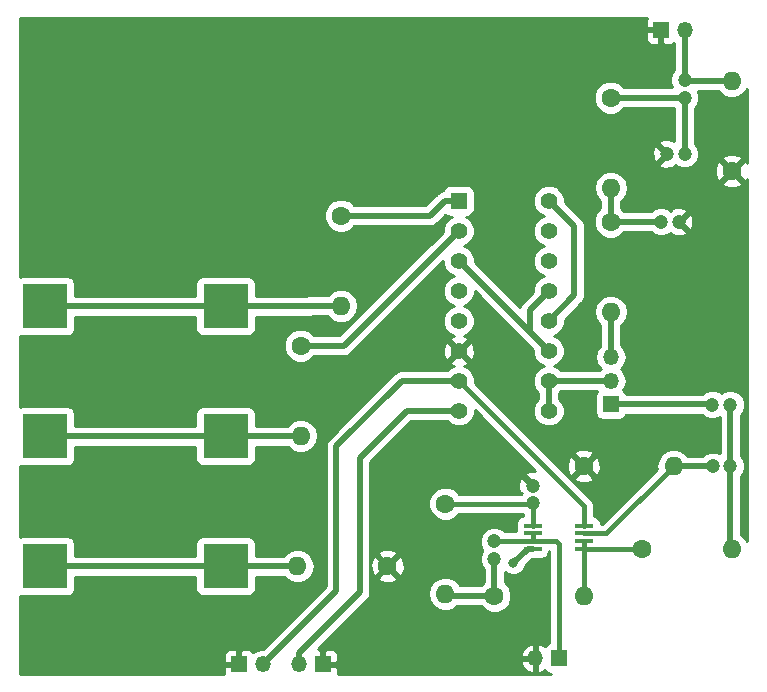
<source format=gtl>
G04 #@! TF.GenerationSoftware,KiCad,Pcbnew,(5.0.2)-1*
G04 #@! TF.CreationDate,2019-03-08T12:48:47+01:00*
G04 #@! TF.ProjectId,ECG_final,4543475f-6669-46e6-916c-2e6b69636164,rev?*
G04 #@! TF.SameCoordinates,Original*
G04 #@! TF.FileFunction,Copper,L1,Top*
G04 #@! TF.FilePolarity,Positive*
%FSLAX46Y46*%
G04 Gerber Fmt 4.6, Leading zero omitted, Abs format (unit mm)*
G04 Created by KiCad (PCBNEW (5.0.2)-1) date 08/03/2019 12:48:47*
%MOMM*%
%LPD*%
G01*
G04 APERTURE LIST*
G04 #@! TA.AperFunction,ComponentPad*
%ADD10R,1.350000X1.350000*%
G04 #@! TD*
G04 #@! TA.AperFunction,ComponentPad*
%ADD11O,1.350000X1.350000*%
G04 #@! TD*
G04 #@! TA.AperFunction,ComponentPad*
%ADD12C,1.200000*%
G04 #@! TD*
G04 #@! TA.AperFunction,ComponentPad*
%ADD13R,3.810000X3.810000*%
G04 #@! TD*
G04 #@! TA.AperFunction,ComponentPad*
%ADD14O,1.600000X1.600000*%
G04 #@! TD*
G04 #@! TA.AperFunction,ComponentPad*
%ADD15C,1.600000*%
G04 #@! TD*
G04 #@! TA.AperFunction,ComponentPad*
%ADD16R,1.397000X1.397000*%
G04 #@! TD*
G04 #@! TA.AperFunction,ComponentPad*
%ADD17C,1.397000*%
G04 #@! TD*
G04 #@! TA.AperFunction,SMDPad,CuDef*
%ADD18R,1.498600X0.431800*%
G04 #@! TD*
G04 #@! TA.AperFunction,ViaPad*
%ADD19C,0.800000*%
G04 #@! TD*
G04 #@! TA.AperFunction,Conductor*
%ADD20C,0.500000*%
G04 #@! TD*
G04 #@! TA.AperFunction,Conductor*
%ADD21C,0.400000*%
G04 #@! TD*
G04 #@! TA.AperFunction,Conductor*
%ADD22C,0.254000*%
G04 #@! TD*
G04 APERTURE END LIST*
D10*
G04 #@! TO.P,J7,1*
G04 #@! TO.N,/-IN_B*
X156370000Y-95970000D03*
D11*
G04 #@! TO.P,J7,2*
G04 #@! TO.N,GND*
X154370000Y-95970000D03*
G04 #@! TD*
D12*
G04 #@! TO.P,C1,1*
G04 #@! TO.N,Net-(C1-Pad1)*
X165000000Y-59000000D03*
G04 #@! TO.P,C1,2*
G04 #@! TO.N,GND*
X166500000Y-59000000D03*
G04 #@! TD*
G04 #@! TO.P,C2,1*
G04 #@! TO.N,/OUT_SIMPLE*
X167000000Y-47000000D03*
G04 #@! TO.P,C2,2*
G04 #@! TO.N,Net-(C2-Pad2)*
X167000000Y-48500000D03*
G04 #@! TD*
G04 #@! TO.P,C3,2*
G04 #@! TO.N,GND*
X165500000Y-53250000D03*
G04 #@! TO.P,C3,1*
G04 #@! TO.N,Net-(C2-Pad2)*
X167000000Y-53250000D03*
G04 #@! TD*
G04 #@! TO.P,C4,2*
G04 #@! TO.N,/FILTRO_COMPLEJO*
X169360000Y-74490000D03*
G04 #@! TO.P,C4,1*
G04 #@! TO.N,Net-(C4-Pad1)*
X170860000Y-74490000D03*
G04 #@! TD*
G04 #@! TO.P,C5,1*
G04 #@! TO.N,Net-(C5-Pad1)*
X150880000Y-87550000D03*
G04 #@! TO.P,C5,2*
G04 #@! TO.N,/-IN_B*
X150880000Y-86050000D03*
G04 #@! TD*
G04 #@! TO.P,C6,1*
G04 #@! TO.N,/+IN_A*
X169363089Y-79694660D03*
G04 #@! TO.P,C6,2*
G04 #@! TO.N,Net-(C4-Pad1)*
X170863089Y-79694660D03*
G04 #@! TD*
G04 #@! TO.P,C7,2*
G04 #@! TO.N,GND*
X154130000Y-81330000D03*
G04 #@! TO.P,C7,1*
G04 #@! TO.N,/+IN_B*
X154130000Y-82830000D03*
G04 #@! TD*
D13*
G04 #@! TO.P,J1,1*
G04 #@! TO.N,/L1*
X112840000Y-77160000D03*
G04 #@! TO.P,J1,2*
X128130800Y-77160000D03*
G04 #@! TD*
G04 #@! TO.P,J4,2*
G04 #@! TO.N,/L2*
X128130800Y-66160000D03*
G04 #@! TO.P,J4,1*
X112840000Y-66160000D03*
G04 #@! TD*
G04 #@! TO.P,J5,1*
G04 #@! TO.N,/L3*
X112840000Y-88160000D03*
G04 #@! TO.P,J5,2*
X128130800Y-88160000D03*
G04 #@! TD*
D14*
G04 #@! TO.P,R1,2*
G04 #@! TO.N,/L3*
X134220000Y-88160000D03*
D15*
G04 #@! TO.P,R1,1*
G04 #@! TO.N,GND*
X141840000Y-88160000D03*
G04 #@! TD*
D14*
G04 #@! TO.P,R2,2*
G04 #@! TO.N,/L1*
X134500000Y-77120000D03*
D15*
G04 #@! TO.P,R2,1*
G04 #@! TO.N,Net-(R2-Pad1)*
X134500000Y-69500000D03*
G04 #@! TD*
G04 #@! TO.P,R3,1*
G04 #@! TO.N,Net-(R3-Pad1)*
X137900000Y-58500000D03*
D14*
G04 #@! TO.P,R3,2*
G04 #@! TO.N,/L2*
X137900000Y-66120000D03*
G04 #@! TD*
D15*
G04 #@! TO.P,R4,1*
G04 #@! TO.N,Net-(C1-Pad1)*
X160750000Y-59000000D03*
D14*
G04 #@! TO.P,R4,2*
G04 #@! TO.N,/filtro_simple*
X160750000Y-66620000D03*
G04 #@! TD*
G04 #@! TO.P,R5,2*
G04 #@! TO.N,Net-(C1-Pad1)*
X160750000Y-56120000D03*
D15*
G04 #@! TO.P,R5,1*
G04 #@! TO.N,Net-(C2-Pad2)*
X160750000Y-48500000D03*
G04 #@! TD*
G04 #@! TO.P,R6,1*
G04 #@! TO.N,GND*
X171000000Y-54700000D03*
D14*
G04 #@! TO.P,R6,2*
G04 #@! TO.N,/OUT_SIMPLE*
X171000000Y-47080000D03*
G04 #@! TD*
D15*
G04 #@! TO.P,R7,1*
G04 #@! TO.N,Net-(C5-Pad1)*
X150880000Y-90680000D03*
D14*
G04 #@! TO.P,R7,2*
G04 #@! TO.N,/-IN_A*
X158500000Y-90680000D03*
G04 #@! TD*
G04 #@! TO.P,R8,2*
G04 #@! TO.N,Net-(C5-Pad1)*
X146730000Y-90490000D03*
D15*
G04 #@! TO.P,R8,1*
G04 #@! TO.N,/+IN_B*
X146730000Y-82870000D03*
G04 #@! TD*
G04 #@! TO.P,R9,1*
G04 #@! TO.N,/-IN_A*
X163363089Y-86694660D03*
D14*
G04 #@! TO.P,R9,2*
G04 #@! TO.N,Net-(C4-Pad1)*
X170983089Y-86694660D03*
G04 #@! TD*
G04 #@! TO.P,R10,2*
G04 #@! TO.N,/+IN_A*
X166070000Y-79700000D03*
D15*
G04 #@! TO.P,R10,1*
G04 #@! TO.N,GND*
X158450000Y-79700000D03*
G04 #@! TD*
D16*
G04 #@! TO.P,U1,1*
G04 #@! TO.N,Net-(R3-Pad1)*
X147880000Y-57220000D03*
D17*
G04 #@! TO.P,U1,2*
G04 #@! TO.N,Net-(R2-Pad1)*
X147880000Y-59760000D03*
G04 #@! TO.P,U1,3*
G04 #@! TO.N,Net-(U1-Pad11)*
X147880000Y-62300000D03*
G04 #@! TO.P,U1,4*
G04 #@! TO.N,Net-(U1-Pad4)*
X147880000Y-64840000D03*
G04 #@! TO.P,U1,5*
G04 #@! TO.N,Net-(U1-Pad5)*
X147880000Y-67380000D03*
G04 #@! TO.P,U1,6*
G04 #@! TO.N,GND*
X147880000Y-69920000D03*
G04 #@! TO.P,U1,7*
G04 #@! TO.N,/-9V*
X147880000Y-72460000D03*
G04 #@! TO.P,U1,8*
G04 #@! TO.N,/+9V*
X147880000Y-75000000D03*
G04 #@! TO.P,U1,9*
G04 #@! TO.N,Net-(JP1-Pad2)*
X155500000Y-75000000D03*
G04 #@! TO.P,U1,10*
X155500000Y-72460000D03*
G04 #@! TO.P,U1,11*
G04 #@! TO.N,Net-(U1-Pad11)*
X155500000Y-69920000D03*
G04 #@! TO.P,U1,12*
G04 #@! TO.N,Net-(U1-Pad12)*
X155500000Y-67380000D03*
G04 #@! TO.P,U1,13*
G04 #@! TO.N,Net-(U1-Pad11)*
X155500000Y-64840000D03*
G04 #@! TO.P,U1,14*
G04 #@! TO.N,Net-(U1-Pad14)*
X155500000Y-62300000D03*
G04 #@! TO.P,U1,15*
G04 #@! TO.N,Net-(U1-Pad15)*
X155500000Y-59760000D03*
G04 #@! TO.P,U1,16*
G04 #@! TO.N,Net-(U1-Pad12)*
X155500000Y-57220000D03*
G04 #@! TD*
D18*
G04 #@! TO.P,U2,1*
G04 #@! TO.N,/-IN_A*
X158494400Y-86685200D03*
G04 #@! TO.P,U2,2*
X158494400Y-86050200D03*
G04 #@! TO.P,U2,3*
G04 #@! TO.N,/+IN_A*
X158494400Y-85389800D03*
G04 #@! TO.P,U2,4*
G04 #@! TO.N,/-9V*
X158494400Y-84754800D03*
G04 #@! TO.P,U2,5*
G04 #@! TO.N,/+IN_B*
X154125600Y-84754800D03*
G04 #@! TO.P,U2,6*
G04 #@! TO.N,/-IN_B*
X154125600Y-85389800D03*
G04 #@! TO.P,U2,7*
X154125600Y-86050200D03*
G04 #@! TO.P,U2,8*
G04 #@! TO.N,/+9V*
X154125600Y-86685200D03*
G04 #@! TD*
D11*
G04 #@! TO.P,J2,2*
G04 #@! TO.N,/+9V*
X134370000Y-96465000D03*
D10*
G04 #@! TO.P,J2,1*
G04 #@! TO.N,GND*
X136370000Y-96465000D03*
G04 #@! TD*
D11*
G04 #@! TO.P,J3,2*
G04 #@! TO.N,/OUT_SIMPLE*
X167000000Y-42750000D03*
D10*
G04 #@! TO.P,J3,1*
G04 #@! TO.N,GND*
X165000000Y-42750000D03*
G04 #@! TD*
G04 #@! TO.P,J6,1*
G04 #@! TO.N,GND*
X129270000Y-96465000D03*
D11*
G04 #@! TO.P,J6,2*
G04 #@! TO.N,/-9V*
X131270000Y-96465000D03*
G04 #@! TD*
D10*
G04 #@! TO.P,JP1,1*
G04 #@! TO.N,/FILTRO_COMPLEJO*
X160750000Y-74450000D03*
D11*
G04 #@! TO.P,JP1,2*
G04 #@! TO.N,Net-(JP1-Pad2)*
X160750000Y-72450000D03*
G04 #@! TO.P,JP1,3*
G04 #@! TO.N,/filtro_simple*
X160750000Y-70450000D03*
G04 #@! TD*
D19*
G04 #@! TO.N,/+9V*
X152500000Y-87900000D03*
G04 #@! TD*
D20*
G04 #@! TO.N,Net-(C1-Pad1)*
X160750000Y-59000000D02*
X165000000Y-59000000D01*
X160750000Y-56120000D02*
X160750000Y-59000000D01*
G04 #@! TO.N,Net-(C2-Pad2)*
X160750000Y-48500000D02*
X167000000Y-48500000D01*
X167000000Y-48500000D02*
X167000000Y-53250000D01*
G04 #@! TO.N,/L3*
X112840000Y-88160000D02*
X128130800Y-88160000D01*
X133088630Y-88160000D02*
X128130800Y-88160000D01*
X134220000Y-88160000D02*
X133088630Y-88160000D01*
G04 #@! TO.N,/L2*
X112840000Y-66160000D02*
X128130800Y-66160000D01*
X135260000Y-66120000D02*
X137900000Y-66120000D01*
X128130800Y-66160000D02*
X135220000Y-66160000D01*
X135220000Y-66160000D02*
X135260000Y-66120000D01*
G04 #@! TO.N,/L1*
X112840000Y-77160000D02*
X128130800Y-77160000D01*
X134460000Y-77160000D02*
X134500000Y-77120000D01*
X128130800Y-77160000D02*
X134460000Y-77160000D01*
G04 #@! TO.N,Net-(R2-Pad1)*
X138140000Y-69500000D02*
X147880000Y-59760000D01*
X134500000Y-69500000D02*
X138140000Y-69500000D01*
G04 #@! TO.N,Net-(R3-Pad1)*
X146681500Y-57220000D02*
X147880000Y-57220000D01*
X145401500Y-58500000D02*
X146681500Y-57220000D01*
X137900000Y-58500000D02*
X145401500Y-58500000D01*
G04 #@! TO.N,Net-(U1-Pad11)*
X155500000Y-69920000D02*
X147880000Y-62300000D01*
X154801501Y-65538499D02*
X155500000Y-64840000D01*
X153900000Y-66440000D02*
X154801501Y-65538499D01*
X153900000Y-68320000D02*
X153900000Y-66440000D01*
X155500000Y-69920000D02*
X153900000Y-68320000D01*
G04 #@! TO.N,Net-(U1-Pad12)*
X155500000Y-67380000D02*
X157655000Y-65225000D01*
X157655000Y-59375000D02*
X155500000Y-57220000D01*
X157655000Y-65225000D02*
X157655000Y-59375000D01*
G04 #@! TO.N,/OUT_SIMPLE*
X167000000Y-42750000D02*
X167000000Y-47000000D01*
X167080000Y-47080000D02*
X167000000Y-47000000D01*
X171000000Y-47080000D02*
X167080000Y-47080000D01*
G04 #@! TO.N,/FILTRO_COMPLEJO*
X169320000Y-74450000D02*
X169360000Y-74490000D01*
X160750000Y-74450000D02*
X169320000Y-74450000D01*
G04 #@! TO.N,Net-(C4-Pad1)*
X170863089Y-86574660D02*
X170983089Y-86694660D01*
X170863089Y-79694660D02*
X170863089Y-86574660D01*
X170860000Y-79691571D02*
X170863089Y-79694660D01*
X170860000Y-74490000D02*
X170860000Y-79691571D01*
G04 #@! TO.N,Net-(C5-Pad1)*
X150880000Y-90680000D02*
X150880000Y-87550000D01*
X146920000Y-90680000D02*
X146730000Y-90490000D01*
X150880000Y-90680000D02*
X146920000Y-90680000D01*
D21*
G04 #@! TO.N,/-IN_B*
X154125400Y-86050000D02*
X154125600Y-86050200D01*
X150880000Y-86050000D02*
X154125400Y-86050000D01*
X154125600Y-85389800D02*
X154125600Y-86050200D01*
X155274900Y-86050200D02*
X155275100Y-86050000D01*
X154125600Y-86050200D02*
X155274900Y-86050200D01*
X155275100Y-86050000D02*
X156150000Y-86050000D01*
X156370000Y-86270000D02*
X156370000Y-95970000D01*
X156150000Y-86050000D02*
X156370000Y-86270000D01*
D20*
G04 #@! TO.N,/+9V*
X139500000Y-90380406D02*
X139500000Y-79000000D01*
X143500000Y-75000000D02*
X147880000Y-75000000D01*
X134370000Y-95510406D02*
X139500000Y-90380406D01*
X134370000Y-96465000D02*
X134370000Y-95510406D01*
X154125600Y-86685200D02*
X153714800Y-86685200D01*
X153714800Y-86685200D02*
X152500000Y-87900000D01*
X139500000Y-79000000D02*
X143500000Y-75000000D01*
G04 #@! TO.N,/-9V*
X131430000Y-96080001D02*
X131045001Y-96465000D01*
X131430000Y-96305000D02*
X131270000Y-96465000D01*
X137500000Y-90235000D02*
X131270000Y-96465000D01*
X137500000Y-78000000D02*
X137500000Y-90235000D01*
X147880000Y-72460000D02*
X143040000Y-72460000D01*
D21*
X158494400Y-83074400D02*
X158494400Y-84754800D01*
X147880000Y-72460000D02*
X158494400Y-83074400D01*
D20*
X137500000Y-78000000D02*
X143040000Y-72460000D01*
G04 #@! TO.N,Net-(JP1-Pad2)*
X155500000Y-72460000D02*
X155500000Y-75000000D01*
X160740000Y-72460000D02*
X160750000Y-72450000D01*
X155500000Y-72460000D02*
X160740000Y-72460000D01*
G04 #@! TO.N,/filtro_simple*
X160750000Y-70450000D02*
X160750000Y-66620000D01*
D21*
G04 #@! TO.N,/-IN_A*
X158503860Y-86694660D02*
X158494400Y-86685200D01*
X163363089Y-86694660D02*
X158503860Y-86694660D01*
X158494400Y-86050200D02*
X158494400Y-86685200D01*
X158494400Y-90674400D02*
X158500000Y-90680000D01*
X158494400Y-86685200D02*
X158494400Y-90674400D01*
D20*
G04 #@! TO.N,/+IN_A*
X166075340Y-79694660D02*
X166070000Y-79700000D01*
X169363089Y-79694660D02*
X166075340Y-79694660D01*
D21*
X160380200Y-85389800D02*
X166070000Y-79700000D01*
X158494400Y-85389800D02*
X160380200Y-85389800D01*
G04 #@! TO.N,/+IN_B*
X154125600Y-82834400D02*
X154130000Y-82830000D01*
X154125600Y-84754800D02*
X154125600Y-82834400D01*
X154090000Y-82870000D02*
X154130000Y-82830000D01*
X146730000Y-82870000D02*
X154090000Y-82870000D01*
G04 #@! TD*
D22*
G04 #@! TO.N,GND*
G36*
X163786673Y-41715302D02*
X163690000Y-41948691D01*
X163690000Y-42464250D01*
X163848750Y-42623000D01*
X164873000Y-42623000D01*
X164873000Y-42603000D01*
X165127000Y-42603000D01*
X165127000Y-42623000D01*
X165147000Y-42623000D01*
X165147000Y-42877000D01*
X165127000Y-42877000D01*
X165127000Y-43901250D01*
X165285750Y-44060000D01*
X165801310Y-44060000D01*
X166034699Y-43963327D01*
X166115000Y-43883025D01*
X166115001Y-46138446D01*
X165953018Y-46300429D01*
X165765000Y-46754343D01*
X165765000Y-47245657D01*
X165917987Y-47615000D01*
X161894396Y-47615000D01*
X161562862Y-47283466D01*
X161035439Y-47065000D01*
X160464561Y-47065000D01*
X159937138Y-47283466D01*
X159533466Y-47687138D01*
X159315000Y-48214561D01*
X159315000Y-48785439D01*
X159533466Y-49312862D01*
X159937138Y-49716534D01*
X160464561Y-49935000D01*
X161035439Y-49935000D01*
X161562862Y-49716534D01*
X161894396Y-49385000D01*
X166115000Y-49385000D01*
X166115001Y-52155440D01*
X165668964Y-52002193D01*
X165178587Y-52032518D01*
X164866383Y-52161836D01*
X164816870Y-52387265D01*
X165500000Y-53070395D01*
X165514143Y-53056253D01*
X165693748Y-53235858D01*
X165679605Y-53250000D01*
X165693748Y-53264143D01*
X165514143Y-53443748D01*
X165500000Y-53429605D01*
X164816870Y-54112735D01*
X164866383Y-54338164D01*
X165331036Y-54497807D01*
X165821413Y-54467482D01*
X166133617Y-54338164D01*
X166171074Y-54167627D01*
X166300429Y-54296982D01*
X166754343Y-54485000D01*
X167245657Y-54485000D01*
X167249947Y-54483223D01*
X169553035Y-54483223D01*
X169580222Y-55053454D01*
X169746136Y-55454005D01*
X169992255Y-55528139D01*
X170820395Y-54700000D01*
X169992255Y-53871861D01*
X169746136Y-53945995D01*
X169553035Y-54483223D01*
X167249947Y-54483223D01*
X167699571Y-54296982D01*
X168046982Y-53949571D01*
X168153566Y-53692255D01*
X170171861Y-53692255D01*
X171000000Y-54520395D01*
X171828139Y-53692255D01*
X171754005Y-53446136D01*
X171216777Y-53253035D01*
X170646546Y-53280222D01*
X170245995Y-53446136D01*
X170171861Y-53692255D01*
X168153566Y-53692255D01*
X168235000Y-53495657D01*
X168235000Y-53004343D01*
X168046982Y-52550429D01*
X167885000Y-52388447D01*
X167885000Y-49361553D01*
X168046982Y-49199571D01*
X168235000Y-48745657D01*
X168235000Y-48254343D01*
X168115150Y-47965000D01*
X169865479Y-47965000D01*
X169965423Y-48114577D01*
X170440091Y-48431740D01*
X170858667Y-48515000D01*
X171141333Y-48515000D01*
X171559909Y-48431740D01*
X172034577Y-48114577D01*
X172290001Y-47732308D01*
X172290001Y-54033237D01*
X172253864Y-53945995D01*
X172007745Y-53871861D01*
X171179605Y-54700000D01*
X172007745Y-55528139D01*
X172253864Y-55454005D01*
X172290001Y-55353469D01*
X172290000Y-86067660D01*
X172017666Y-85660083D01*
X171748089Y-85479957D01*
X171748089Y-80556213D01*
X171910071Y-80394231D01*
X172098089Y-79940317D01*
X172098089Y-79449003D01*
X171910071Y-78995089D01*
X171745000Y-78830018D01*
X171745000Y-75351553D01*
X171906982Y-75189571D01*
X172095000Y-74735657D01*
X172095000Y-74244343D01*
X171906982Y-73790429D01*
X171559571Y-73443018D01*
X171105657Y-73255000D01*
X170614343Y-73255000D01*
X170160429Y-73443018D01*
X170110000Y-73493447D01*
X170059571Y-73443018D01*
X169605657Y-73255000D01*
X169114343Y-73255000D01*
X168660429Y-73443018D01*
X168538447Y-73565000D01*
X162030669Y-73565000D01*
X162023157Y-73527235D01*
X161882809Y-73317191D01*
X161788286Y-73254032D01*
X161983993Y-72961136D01*
X162085664Y-72450000D01*
X161983993Y-71938864D01*
X161694457Y-71505543D01*
X161611331Y-71450000D01*
X161694457Y-71394457D01*
X161983993Y-70961136D01*
X162085664Y-70450000D01*
X161983993Y-69938864D01*
X161694457Y-69505543D01*
X161635000Y-69465815D01*
X161635000Y-67754521D01*
X161784577Y-67654577D01*
X162101740Y-67179909D01*
X162213113Y-66620000D01*
X162101740Y-66060091D01*
X161784577Y-65585423D01*
X161309909Y-65268260D01*
X160891333Y-65185000D01*
X160608667Y-65185000D01*
X160190091Y-65268260D01*
X159715423Y-65585423D01*
X159398260Y-66060091D01*
X159286887Y-66620000D01*
X159398260Y-67179909D01*
X159715423Y-67654577D01*
X159865001Y-67754522D01*
X159865000Y-69465815D01*
X159805543Y-69505543D01*
X159516007Y-69938864D01*
X159414336Y-70450000D01*
X159516007Y-70961136D01*
X159805543Y-71394457D01*
X159888669Y-71450000D01*
X159805543Y-71505543D01*
X159759133Y-71575000D01*
X156500854Y-71575000D01*
X156255367Y-71329513D01*
X155918553Y-71190000D01*
X156255367Y-71050487D01*
X156630487Y-70675367D01*
X156833500Y-70185250D01*
X156833500Y-69654750D01*
X156630487Y-69164633D01*
X156255367Y-68789513D01*
X155918553Y-68650000D01*
X156255367Y-68510487D01*
X156630487Y-68135367D01*
X156833500Y-67645250D01*
X156833500Y-67298078D01*
X158219156Y-65912423D01*
X158293049Y-65863049D01*
X158344300Y-65786348D01*
X158471909Y-65595367D01*
X158488652Y-65570310D01*
X158540000Y-65312165D01*
X158540000Y-65312161D01*
X158557337Y-65225001D01*
X158540000Y-65137841D01*
X158540000Y-59462159D01*
X158557337Y-59374999D01*
X158540000Y-59287839D01*
X158540000Y-59287835D01*
X158488652Y-59029690D01*
X158293049Y-58736951D01*
X158219156Y-58687577D01*
X156833500Y-57301922D01*
X156833500Y-56954750D01*
X156630487Y-56464633D01*
X156285854Y-56120000D01*
X159286887Y-56120000D01*
X159398260Y-56679909D01*
X159715423Y-57154577D01*
X159865000Y-57254521D01*
X159865001Y-57855603D01*
X159533466Y-58187138D01*
X159315000Y-58714561D01*
X159315000Y-59285439D01*
X159533466Y-59812862D01*
X159937138Y-60216534D01*
X160464561Y-60435000D01*
X161035439Y-60435000D01*
X161562862Y-60216534D01*
X161894396Y-59885000D01*
X164138447Y-59885000D01*
X164300429Y-60046982D01*
X164754343Y-60235000D01*
X165245657Y-60235000D01*
X165699571Y-60046982D01*
X165828926Y-59917627D01*
X165866383Y-60088164D01*
X166331036Y-60247807D01*
X166821413Y-60217482D01*
X167133617Y-60088164D01*
X167183130Y-59862735D01*
X166500000Y-59179605D01*
X166485858Y-59193748D01*
X166306253Y-59014143D01*
X166320395Y-59000000D01*
X166679605Y-59000000D01*
X167362735Y-59683130D01*
X167588164Y-59633617D01*
X167747807Y-59168964D01*
X167717482Y-58678587D01*
X167588164Y-58366383D01*
X167362735Y-58316870D01*
X166679605Y-59000000D01*
X166320395Y-59000000D01*
X166306253Y-58985858D01*
X166485858Y-58806253D01*
X166500000Y-58820395D01*
X167183130Y-58137265D01*
X167133617Y-57911836D01*
X166668964Y-57752193D01*
X166178587Y-57782518D01*
X165866383Y-57911836D01*
X165828926Y-58082373D01*
X165699571Y-57953018D01*
X165245657Y-57765000D01*
X164754343Y-57765000D01*
X164300429Y-57953018D01*
X164138447Y-58115000D01*
X161894396Y-58115000D01*
X161635000Y-57855604D01*
X161635000Y-57254521D01*
X161784577Y-57154577D01*
X162101740Y-56679909D01*
X162213113Y-56120000D01*
X162131111Y-55707745D01*
X170171861Y-55707745D01*
X170245995Y-55953864D01*
X170783223Y-56146965D01*
X171353454Y-56119778D01*
X171754005Y-55953864D01*
X171828139Y-55707745D01*
X171000000Y-54879605D01*
X170171861Y-55707745D01*
X162131111Y-55707745D01*
X162101740Y-55560091D01*
X161784577Y-55085423D01*
X161309909Y-54768260D01*
X160891333Y-54685000D01*
X160608667Y-54685000D01*
X160190091Y-54768260D01*
X159715423Y-55085423D01*
X159398260Y-55560091D01*
X159286887Y-56120000D01*
X156285854Y-56120000D01*
X156255367Y-56089513D01*
X155765250Y-55886500D01*
X155234750Y-55886500D01*
X154744633Y-56089513D01*
X154369513Y-56464633D01*
X154166500Y-56954750D01*
X154166500Y-57485250D01*
X154369513Y-57975367D01*
X154744633Y-58350487D01*
X155081447Y-58490000D01*
X154744633Y-58629513D01*
X154369513Y-59004633D01*
X154166500Y-59494750D01*
X154166500Y-60025250D01*
X154369513Y-60515367D01*
X154744633Y-60890487D01*
X155081447Y-61030000D01*
X154744633Y-61169513D01*
X154369513Y-61544633D01*
X154166500Y-62034750D01*
X154166500Y-62565250D01*
X154369513Y-63055367D01*
X154744633Y-63430487D01*
X155081447Y-63570000D01*
X154744633Y-63709513D01*
X154369513Y-64084633D01*
X154166500Y-64574750D01*
X154166500Y-64921921D01*
X153335845Y-65752577D01*
X153261952Y-65801951D01*
X153212578Y-65875844D01*
X153212576Y-65875846D01*
X153066348Y-66094691D01*
X153043108Y-66211529D01*
X149213500Y-62381922D01*
X149213500Y-62034750D01*
X149010487Y-61544633D01*
X148635367Y-61169513D01*
X148298553Y-61030000D01*
X148635367Y-60890487D01*
X149010487Y-60515367D01*
X149213500Y-60025250D01*
X149213500Y-59494750D01*
X149010487Y-59004633D01*
X148635367Y-58629513D01*
X148481888Y-58565940D01*
X148578500Y-58565940D01*
X148826265Y-58516657D01*
X149036309Y-58376309D01*
X149176657Y-58166265D01*
X149225940Y-57918500D01*
X149225940Y-56521500D01*
X149176657Y-56273735D01*
X149036309Y-56063691D01*
X148826265Y-55923343D01*
X148578500Y-55874060D01*
X147181500Y-55874060D01*
X146933735Y-55923343D01*
X146723691Y-56063691D01*
X146583343Y-56273735D01*
X146570202Y-56339800D01*
X146336190Y-56386348D01*
X146336188Y-56386349D01*
X146336189Y-56386349D01*
X146117345Y-56532576D01*
X146117344Y-56532577D01*
X146043451Y-56581951D01*
X145994077Y-56655844D01*
X145034922Y-57615000D01*
X139044396Y-57615000D01*
X138712862Y-57283466D01*
X138185439Y-57065000D01*
X137614561Y-57065000D01*
X137087138Y-57283466D01*
X136683466Y-57687138D01*
X136465000Y-58214561D01*
X136465000Y-58785439D01*
X136683466Y-59312862D01*
X137087138Y-59716534D01*
X137614561Y-59935000D01*
X138185439Y-59935000D01*
X138712862Y-59716534D01*
X139044396Y-59385000D01*
X145314339Y-59385000D01*
X145401500Y-59402337D01*
X145488661Y-59385000D01*
X145488665Y-59385000D01*
X145746810Y-59333652D01*
X146039549Y-59138049D01*
X146088925Y-59064153D01*
X146755509Y-58397569D01*
X146933735Y-58516657D01*
X147181500Y-58565940D01*
X147278112Y-58565940D01*
X147124633Y-58629513D01*
X146749513Y-59004633D01*
X146546500Y-59494750D01*
X146546500Y-59841921D01*
X137773422Y-68615000D01*
X135644396Y-68615000D01*
X135312862Y-68283466D01*
X134785439Y-68065000D01*
X134214561Y-68065000D01*
X133687138Y-68283466D01*
X133283466Y-68687138D01*
X133065000Y-69214561D01*
X133065000Y-69785439D01*
X133283466Y-70312862D01*
X133687138Y-70716534D01*
X134214561Y-70935000D01*
X134785439Y-70935000D01*
X135312862Y-70716534D01*
X135644396Y-70385000D01*
X138052839Y-70385000D01*
X138140000Y-70402337D01*
X138227161Y-70385000D01*
X138227165Y-70385000D01*
X138485310Y-70333652D01*
X138778049Y-70138049D01*
X138827425Y-70064153D01*
X139164098Y-69727480D01*
X146534073Y-69727480D01*
X146562852Y-70257199D01*
X146710200Y-70612929D01*
X146945812Y-70674583D01*
X147700395Y-69920000D01*
X148059605Y-69920000D01*
X148814188Y-70674583D01*
X149049800Y-70612929D01*
X149225927Y-70112520D01*
X149197148Y-69582801D01*
X149049800Y-69227071D01*
X148814188Y-69165417D01*
X148059605Y-69920000D01*
X147700395Y-69920000D01*
X146945812Y-69165417D01*
X146710200Y-69227071D01*
X146534073Y-69727480D01*
X139164098Y-69727480D01*
X146546500Y-62345079D01*
X146546500Y-62565250D01*
X146749513Y-63055367D01*
X147124633Y-63430487D01*
X147461447Y-63570000D01*
X147124633Y-63709513D01*
X146749513Y-64084633D01*
X146546500Y-64574750D01*
X146546500Y-65105250D01*
X146749513Y-65595367D01*
X147124633Y-65970487D01*
X147461447Y-66110000D01*
X147124633Y-66249513D01*
X146749513Y-66624633D01*
X146546500Y-67114750D01*
X146546500Y-67645250D01*
X146749513Y-68135367D01*
X147124633Y-68510487D01*
X147445211Y-68643275D01*
X147187071Y-68750200D01*
X147125417Y-68985812D01*
X147880000Y-69740395D01*
X148634583Y-68985812D01*
X148572929Y-68750200D01*
X148293816Y-68651962D01*
X148635367Y-68510487D01*
X149010487Y-68135367D01*
X149213500Y-67645250D01*
X149213500Y-67114750D01*
X149010487Y-66624633D01*
X148635367Y-66249513D01*
X148298553Y-66110000D01*
X148635367Y-65970487D01*
X149010487Y-65595367D01*
X149213500Y-65105250D01*
X149213500Y-64885078D01*
X153212577Y-68884156D01*
X153261951Y-68958049D01*
X153335845Y-69007423D01*
X154113860Y-69785439D01*
X154166500Y-69838079D01*
X154166500Y-70185250D01*
X154369513Y-70675367D01*
X154744633Y-71050487D01*
X155081447Y-71190000D01*
X154744633Y-71329513D01*
X154369513Y-71704633D01*
X154166500Y-72194750D01*
X154166500Y-72725250D01*
X154369513Y-73215367D01*
X154615000Y-73460854D01*
X154615001Y-73999145D01*
X154369513Y-74244633D01*
X154166500Y-74734750D01*
X154166500Y-75265250D01*
X154369513Y-75755367D01*
X154744633Y-76130487D01*
X155234750Y-76333500D01*
X155765250Y-76333500D01*
X156255367Y-76130487D01*
X156630487Y-75755367D01*
X156833500Y-75265250D01*
X156833500Y-74734750D01*
X156630487Y-74244633D01*
X156385000Y-73999146D01*
X156385000Y-73460854D01*
X156500854Y-73345000D01*
X159598609Y-73345000D01*
X159476843Y-73527235D01*
X159427560Y-73775000D01*
X159427560Y-75125000D01*
X159476843Y-75372765D01*
X159617191Y-75582809D01*
X159827235Y-75723157D01*
X160075000Y-75772440D01*
X161425000Y-75772440D01*
X161672765Y-75723157D01*
X161882809Y-75582809D01*
X162023157Y-75372765D01*
X162030669Y-75335000D01*
X168458447Y-75335000D01*
X168660429Y-75536982D01*
X169114343Y-75725000D01*
X169605657Y-75725000D01*
X169975000Y-75572012D01*
X169975001Y-78611368D01*
X169608746Y-78459660D01*
X169117432Y-78459660D01*
X168663518Y-78647678D01*
X168501536Y-78809660D01*
X167200953Y-78809660D01*
X167104577Y-78665423D01*
X166629909Y-78348260D01*
X166211333Y-78265000D01*
X165928667Y-78265000D01*
X165510091Y-78348260D01*
X165035423Y-78665423D01*
X164718260Y-79140091D01*
X164606887Y-79700000D01*
X164653714Y-79935417D01*
X160034333Y-84554800D01*
X159891140Y-84554800D01*
X159891140Y-84538900D01*
X159841857Y-84291135D01*
X159701509Y-84081091D01*
X159491465Y-83940743D01*
X159329400Y-83908507D01*
X159329400Y-83156632D01*
X159345757Y-83074399D01*
X159329400Y-82992164D01*
X159329400Y-82992163D01*
X159280952Y-82748599D01*
X159171200Y-82584343D01*
X159142984Y-82542115D01*
X159142983Y-82542114D01*
X159096401Y-82472399D01*
X159026686Y-82425817D01*
X157308614Y-80707745D01*
X157621861Y-80707745D01*
X157695995Y-80953864D01*
X158233223Y-81146965D01*
X158803454Y-81119778D01*
X159204005Y-80953864D01*
X159278139Y-80707745D01*
X158450000Y-79879605D01*
X157621861Y-80707745D01*
X157308614Y-80707745D01*
X156084092Y-79483223D01*
X157003035Y-79483223D01*
X157030222Y-80053454D01*
X157196136Y-80454005D01*
X157442255Y-80528139D01*
X158270395Y-79700000D01*
X158629605Y-79700000D01*
X159457745Y-80528139D01*
X159703864Y-80454005D01*
X159896965Y-79916777D01*
X159869778Y-79346546D01*
X159703864Y-78945995D01*
X159457745Y-78871861D01*
X158629605Y-79700000D01*
X158270395Y-79700000D01*
X157442255Y-78871861D01*
X157196136Y-78945995D01*
X157003035Y-79483223D01*
X156084092Y-79483223D01*
X155293124Y-78692255D01*
X157621861Y-78692255D01*
X158450000Y-79520395D01*
X159278139Y-78692255D01*
X159204005Y-78446136D01*
X158666777Y-78253035D01*
X158096546Y-78280222D01*
X157695995Y-78446136D01*
X157621861Y-78692255D01*
X155293124Y-78692255D01*
X149213500Y-72612633D01*
X149213500Y-72194750D01*
X149010487Y-71704633D01*
X148635367Y-71329513D01*
X148314789Y-71196725D01*
X148572929Y-71089800D01*
X148634583Y-70854188D01*
X147880000Y-70099605D01*
X147125417Y-70854188D01*
X147187071Y-71089800D01*
X147466184Y-71188038D01*
X147124633Y-71329513D01*
X146879146Y-71575000D01*
X143127159Y-71575000D01*
X143039999Y-71557663D01*
X142952839Y-71575000D01*
X142952835Y-71575000D01*
X142694690Y-71626348D01*
X142694688Y-71626349D01*
X142694689Y-71626349D01*
X142475845Y-71772576D01*
X142475844Y-71772577D01*
X142401951Y-71821951D01*
X142352577Y-71895844D01*
X136935847Y-77312575D01*
X136861951Y-77361951D01*
X136666348Y-77654691D01*
X136615000Y-77912836D01*
X136615000Y-77912839D01*
X136597663Y-78000000D01*
X136615000Y-78087161D01*
X136615001Y-89868420D01*
X131328422Y-95155000D01*
X131140978Y-95155000D01*
X130758864Y-95231007D01*
X130474223Y-95421198D01*
X130304699Y-95251673D01*
X130071310Y-95155000D01*
X129555750Y-95155000D01*
X129397000Y-95313750D01*
X129397000Y-96338000D01*
X129417000Y-96338000D01*
X129417000Y-96592000D01*
X129397000Y-96592000D01*
X129397000Y-96612000D01*
X129143000Y-96612000D01*
X129143000Y-96592000D01*
X128118750Y-96592000D01*
X127960000Y-96750750D01*
X127960000Y-97266309D01*
X127969813Y-97290000D01*
X110710000Y-97290000D01*
X110710000Y-95663691D01*
X127960000Y-95663691D01*
X127960000Y-96179250D01*
X128118750Y-96338000D01*
X129143000Y-96338000D01*
X129143000Y-95313750D01*
X128984250Y-95155000D01*
X128468690Y-95155000D01*
X128235301Y-95251673D01*
X128056673Y-95430302D01*
X127960000Y-95663691D01*
X110710000Y-95663691D01*
X110710000Y-90667685D01*
X110935000Y-90712440D01*
X114745000Y-90712440D01*
X114992765Y-90663157D01*
X115202809Y-90522809D01*
X115343157Y-90312765D01*
X115392440Y-90065000D01*
X115392440Y-89045000D01*
X125578360Y-89045000D01*
X125578360Y-90065000D01*
X125627643Y-90312765D01*
X125767991Y-90522809D01*
X125978035Y-90663157D01*
X126225800Y-90712440D01*
X130035800Y-90712440D01*
X130283565Y-90663157D01*
X130493609Y-90522809D01*
X130633957Y-90312765D01*
X130683240Y-90065000D01*
X130683240Y-89045000D01*
X133085479Y-89045000D01*
X133185423Y-89194577D01*
X133660091Y-89511740D01*
X134078667Y-89595000D01*
X134361333Y-89595000D01*
X134779909Y-89511740D01*
X135254577Y-89194577D01*
X135571740Y-88719909D01*
X135683113Y-88160000D01*
X135571740Y-87600091D01*
X135254577Y-87125423D01*
X134779909Y-86808260D01*
X134361333Y-86725000D01*
X134078667Y-86725000D01*
X133660091Y-86808260D01*
X133185423Y-87125423D01*
X133085479Y-87275000D01*
X130683240Y-87275000D01*
X130683240Y-86255000D01*
X130633957Y-86007235D01*
X130493609Y-85797191D01*
X130283565Y-85656843D01*
X130035800Y-85607560D01*
X126225800Y-85607560D01*
X125978035Y-85656843D01*
X125767991Y-85797191D01*
X125627643Y-86007235D01*
X125578360Y-86255000D01*
X125578360Y-87275000D01*
X115392440Y-87275000D01*
X115392440Y-86255000D01*
X115343157Y-86007235D01*
X115202809Y-85797191D01*
X114992765Y-85656843D01*
X114745000Y-85607560D01*
X110935000Y-85607560D01*
X110710000Y-85652315D01*
X110710000Y-79667685D01*
X110935000Y-79712440D01*
X114745000Y-79712440D01*
X114992765Y-79663157D01*
X115202809Y-79522809D01*
X115343157Y-79312765D01*
X115392440Y-79065000D01*
X115392440Y-78045000D01*
X125578360Y-78045000D01*
X125578360Y-79065000D01*
X125627643Y-79312765D01*
X125767991Y-79522809D01*
X125978035Y-79663157D01*
X126225800Y-79712440D01*
X130035800Y-79712440D01*
X130283565Y-79663157D01*
X130493609Y-79522809D01*
X130633957Y-79312765D01*
X130683240Y-79065000D01*
X130683240Y-78045000D01*
X133392206Y-78045000D01*
X133465423Y-78154577D01*
X133940091Y-78471740D01*
X134358667Y-78555000D01*
X134641333Y-78555000D01*
X135059909Y-78471740D01*
X135534577Y-78154577D01*
X135851740Y-77679909D01*
X135963113Y-77120000D01*
X135851740Y-76560091D01*
X135534577Y-76085423D01*
X135059909Y-75768260D01*
X134641333Y-75685000D01*
X134358667Y-75685000D01*
X133940091Y-75768260D01*
X133465423Y-76085423D01*
X133338752Y-76275000D01*
X130683240Y-76275000D01*
X130683240Y-75255000D01*
X130633957Y-75007235D01*
X130493609Y-74797191D01*
X130283565Y-74656843D01*
X130035800Y-74607560D01*
X126225800Y-74607560D01*
X125978035Y-74656843D01*
X125767991Y-74797191D01*
X125627643Y-75007235D01*
X125578360Y-75255000D01*
X125578360Y-76275000D01*
X115392440Y-76275000D01*
X115392440Y-75255000D01*
X115343157Y-75007235D01*
X115202809Y-74797191D01*
X114992765Y-74656843D01*
X114745000Y-74607560D01*
X110935000Y-74607560D01*
X110710000Y-74652315D01*
X110710000Y-68667685D01*
X110935000Y-68712440D01*
X114745000Y-68712440D01*
X114992765Y-68663157D01*
X115202809Y-68522809D01*
X115343157Y-68312765D01*
X115392440Y-68065000D01*
X115392440Y-67045000D01*
X125578360Y-67045000D01*
X125578360Y-68065000D01*
X125627643Y-68312765D01*
X125767991Y-68522809D01*
X125978035Y-68663157D01*
X126225800Y-68712440D01*
X130035800Y-68712440D01*
X130283565Y-68663157D01*
X130493609Y-68522809D01*
X130633957Y-68312765D01*
X130683240Y-68065000D01*
X130683240Y-67045000D01*
X135132839Y-67045000D01*
X135220000Y-67062337D01*
X135307161Y-67045000D01*
X135307165Y-67045000D01*
X135508259Y-67005000D01*
X136765479Y-67005000D01*
X136865423Y-67154577D01*
X137340091Y-67471740D01*
X137758667Y-67555000D01*
X138041333Y-67555000D01*
X138459909Y-67471740D01*
X138934577Y-67154577D01*
X139251740Y-66679909D01*
X139363113Y-66120000D01*
X139251740Y-65560091D01*
X138934577Y-65085423D01*
X138459909Y-64768260D01*
X138041333Y-64685000D01*
X137758667Y-64685000D01*
X137340091Y-64768260D01*
X136865423Y-65085423D01*
X136765479Y-65235000D01*
X135347161Y-65235000D01*
X135260000Y-65217663D01*
X135172839Y-65235000D01*
X135172835Y-65235000D01*
X134971741Y-65275000D01*
X130683240Y-65275000D01*
X130683240Y-64255000D01*
X130633957Y-64007235D01*
X130493609Y-63797191D01*
X130283565Y-63656843D01*
X130035800Y-63607560D01*
X126225800Y-63607560D01*
X125978035Y-63656843D01*
X125767991Y-63797191D01*
X125627643Y-64007235D01*
X125578360Y-64255000D01*
X125578360Y-65275000D01*
X115392440Y-65275000D01*
X115392440Y-64255000D01*
X115343157Y-64007235D01*
X115202809Y-63797191D01*
X114992765Y-63656843D01*
X114745000Y-63607560D01*
X110935000Y-63607560D01*
X110710000Y-63652315D01*
X110710000Y-53081036D01*
X164252193Y-53081036D01*
X164282518Y-53571413D01*
X164411836Y-53883617D01*
X164637265Y-53933130D01*
X165320395Y-53250000D01*
X164637265Y-52566870D01*
X164411836Y-52616383D01*
X164252193Y-53081036D01*
X110710000Y-53081036D01*
X110710000Y-43035750D01*
X163690000Y-43035750D01*
X163690000Y-43551309D01*
X163786673Y-43784698D01*
X163965301Y-43963327D01*
X164198690Y-44060000D01*
X164714250Y-44060000D01*
X164873000Y-43901250D01*
X164873000Y-42877000D01*
X163848750Y-42877000D01*
X163690000Y-43035750D01*
X110710000Y-43035750D01*
X110710000Y-41710000D01*
X163791975Y-41710000D01*
X163786673Y-41715302D01*
X163786673Y-41715302D01*
G37*
X163786673Y-41715302D02*
X163690000Y-41948691D01*
X163690000Y-42464250D01*
X163848750Y-42623000D01*
X164873000Y-42623000D01*
X164873000Y-42603000D01*
X165127000Y-42603000D01*
X165127000Y-42623000D01*
X165147000Y-42623000D01*
X165147000Y-42877000D01*
X165127000Y-42877000D01*
X165127000Y-43901250D01*
X165285750Y-44060000D01*
X165801310Y-44060000D01*
X166034699Y-43963327D01*
X166115000Y-43883025D01*
X166115001Y-46138446D01*
X165953018Y-46300429D01*
X165765000Y-46754343D01*
X165765000Y-47245657D01*
X165917987Y-47615000D01*
X161894396Y-47615000D01*
X161562862Y-47283466D01*
X161035439Y-47065000D01*
X160464561Y-47065000D01*
X159937138Y-47283466D01*
X159533466Y-47687138D01*
X159315000Y-48214561D01*
X159315000Y-48785439D01*
X159533466Y-49312862D01*
X159937138Y-49716534D01*
X160464561Y-49935000D01*
X161035439Y-49935000D01*
X161562862Y-49716534D01*
X161894396Y-49385000D01*
X166115000Y-49385000D01*
X166115001Y-52155440D01*
X165668964Y-52002193D01*
X165178587Y-52032518D01*
X164866383Y-52161836D01*
X164816870Y-52387265D01*
X165500000Y-53070395D01*
X165514143Y-53056253D01*
X165693748Y-53235858D01*
X165679605Y-53250000D01*
X165693748Y-53264143D01*
X165514143Y-53443748D01*
X165500000Y-53429605D01*
X164816870Y-54112735D01*
X164866383Y-54338164D01*
X165331036Y-54497807D01*
X165821413Y-54467482D01*
X166133617Y-54338164D01*
X166171074Y-54167627D01*
X166300429Y-54296982D01*
X166754343Y-54485000D01*
X167245657Y-54485000D01*
X167249947Y-54483223D01*
X169553035Y-54483223D01*
X169580222Y-55053454D01*
X169746136Y-55454005D01*
X169992255Y-55528139D01*
X170820395Y-54700000D01*
X169992255Y-53871861D01*
X169746136Y-53945995D01*
X169553035Y-54483223D01*
X167249947Y-54483223D01*
X167699571Y-54296982D01*
X168046982Y-53949571D01*
X168153566Y-53692255D01*
X170171861Y-53692255D01*
X171000000Y-54520395D01*
X171828139Y-53692255D01*
X171754005Y-53446136D01*
X171216777Y-53253035D01*
X170646546Y-53280222D01*
X170245995Y-53446136D01*
X170171861Y-53692255D01*
X168153566Y-53692255D01*
X168235000Y-53495657D01*
X168235000Y-53004343D01*
X168046982Y-52550429D01*
X167885000Y-52388447D01*
X167885000Y-49361553D01*
X168046982Y-49199571D01*
X168235000Y-48745657D01*
X168235000Y-48254343D01*
X168115150Y-47965000D01*
X169865479Y-47965000D01*
X169965423Y-48114577D01*
X170440091Y-48431740D01*
X170858667Y-48515000D01*
X171141333Y-48515000D01*
X171559909Y-48431740D01*
X172034577Y-48114577D01*
X172290001Y-47732308D01*
X172290001Y-54033237D01*
X172253864Y-53945995D01*
X172007745Y-53871861D01*
X171179605Y-54700000D01*
X172007745Y-55528139D01*
X172253864Y-55454005D01*
X172290001Y-55353469D01*
X172290000Y-86067660D01*
X172017666Y-85660083D01*
X171748089Y-85479957D01*
X171748089Y-80556213D01*
X171910071Y-80394231D01*
X172098089Y-79940317D01*
X172098089Y-79449003D01*
X171910071Y-78995089D01*
X171745000Y-78830018D01*
X171745000Y-75351553D01*
X171906982Y-75189571D01*
X172095000Y-74735657D01*
X172095000Y-74244343D01*
X171906982Y-73790429D01*
X171559571Y-73443018D01*
X171105657Y-73255000D01*
X170614343Y-73255000D01*
X170160429Y-73443018D01*
X170110000Y-73493447D01*
X170059571Y-73443018D01*
X169605657Y-73255000D01*
X169114343Y-73255000D01*
X168660429Y-73443018D01*
X168538447Y-73565000D01*
X162030669Y-73565000D01*
X162023157Y-73527235D01*
X161882809Y-73317191D01*
X161788286Y-73254032D01*
X161983993Y-72961136D01*
X162085664Y-72450000D01*
X161983993Y-71938864D01*
X161694457Y-71505543D01*
X161611331Y-71450000D01*
X161694457Y-71394457D01*
X161983993Y-70961136D01*
X162085664Y-70450000D01*
X161983993Y-69938864D01*
X161694457Y-69505543D01*
X161635000Y-69465815D01*
X161635000Y-67754521D01*
X161784577Y-67654577D01*
X162101740Y-67179909D01*
X162213113Y-66620000D01*
X162101740Y-66060091D01*
X161784577Y-65585423D01*
X161309909Y-65268260D01*
X160891333Y-65185000D01*
X160608667Y-65185000D01*
X160190091Y-65268260D01*
X159715423Y-65585423D01*
X159398260Y-66060091D01*
X159286887Y-66620000D01*
X159398260Y-67179909D01*
X159715423Y-67654577D01*
X159865001Y-67754522D01*
X159865000Y-69465815D01*
X159805543Y-69505543D01*
X159516007Y-69938864D01*
X159414336Y-70450000D01*
X159516007Y-70961136D01*
X159805543Y-71394457D01*
X159888669Y-71450000D01*
X159805543Y-71505543D01*
X159759133Y-71575000D01*
X156500854Y-71575000D01*
X156255367Y-71329513D01*
X155918553Y-71190000D01*
X156255367Y-71050487D01*
X156630487Y-70675367D01*
X156833500Y-70185250D01*
X156833500Y-69654750D01*
X156630487Y-69164633D01*
X156255367Y-68789513D01*
X155918553Y-68650000D01*
X156255367Y-68510487D01*
X156630487Y-68135367D01*
X156833500Y-67645250D01*
X156833500Y-67298078D01*
X158219156Y-65912423D01*
X158293049Y-65863049D01*
X158344300Y-65786348D01*
X158471909Y-65595367D01*
X158488652Y-65570310D01*
X158540000Y-65312165D01*
X158540000Y-65312161D01*
X158557337Y-65225001D01*
X158540000Y-65137841D01*
X158540000Y-59462159D01*
X158557337Y-59374999D01*
X158540000Y-59287839D01*
X158540000Y-59287835D01*
X158488652Y-59029690D01*
X158293049Y-58736951D01*
X158219156Y-58687577D01*
X156833500Y-57301922D01*
X156833500Y-56954750D01*
X156630487Y-56464633D01*
X156285854Y-56120000D01*
X159286887Y-56120000D01*
X159398260Y-56679909D01*
X159715423Y-57154577D01*
X159865000Y-57254521D01*
X159865001Y-57855603D01*
X159533466Y-58187138D01*
X159315000Y-58714561D01*
X159315000Y-59285439D01*
X159533466Y-59812862D01*
X159937138Y-60216534D01*
X160464561Y-60435000D01*
X161035439Y-60435000D01*
X161562862Y-60216534D01*
X161894396Y-59885000D01*
X164138447Y-59885000D01*
X164300429Y-60046982D01*
X164754343Y-60235000D01*
X165245657Y-60235000D01*
X165699571Y-60046982D01*
X165828926Y-59917627D01*
X165866383Y-60088164D01*
X166331036Y-60247807D01*
X166821413Y-60217482D01*
X167133617Y-60088164D01*
X167183130Y-59862735D01*
X166500000Y-59179605D01*
X166485858Y-59193748D01*
X166306253Y-59014143D01*
X166320395Y-59000000D01*
X166679605Y-59000000D01*
X167362735Y-59683130D01*
X167588164Y-59633617D01*
X167747807Y-59168964D01*
X167717482Y-58678587D01*
X167588164Y-58366383D01*
X167362735Y-58316870D01*
X166679605Y-59000000D01*
X166320395Y-59000000D01*
X166306253Y-58985858D01*
X166485858Y-58806253D01*
X166500000Y-58820395D01*
X167183130Y-58137265D01*
X167133617Y-57911836D01*
X166668964Y-57752193D01*
X166178587Y-57782518D01*
X165866383Y-57911836D01*
X165828926Y-58082373D01*
X165699571Y-57953018D01*
X165245657Y-57765000D01*
X164754343Y-57765000D01*
X164300429Y-57953018D01*
X164138447Y-58115000D01*
X161894396Y-58115000D01*
X161635000Y-57855604D01*
X161635000Y-57254521D01*
X161784577Y-57154577D01*
X162101740Y-56679909D01*
X162213113Y-56120000D01*
X162131111Y-55707745D01*
X170171861Y-55707745D01*
X170245995Y-55953864D01*
X170783223Y-56146965D01*
X171353454Y-56119778D01*
X171754005Y-55953864D01*
X171828139Y-55707745D01*
X171000000Y-54879605D01*
X170171861Y-55707745D01*
X162131111Y-55707745D01*
X162101740Y-55560091D01*
X161784577Y-55085423D01*
X161309909Y-54768260D01*
X160891333Y-54685000D01*
X160608667Y-54685000D01*
X160190091Y-54768260D01*
X159715423Y-55085423D01*
X159398260Y-55560091D01*
X159286887Y-56120000D01*
X156285854Y-56120000D01*
X156255367Y-56089513D01*
X155765250Y-55886500D01*
X155234750Y-55886500D01*
X154744633Y-56089513D01*
X154369513Y-56464633D01*
X154166500Y-56954750D01*
X154166500Y-57485250D01*
X154369513Y-57975367D01*
X154744633Y-58350487D01*
X155081447Y-58490000D01*
X154744633Y-58629513D01*
X154369513Y-59004633D01*
X154166500Y-59494750D01*
X154166500Y-60025250D01*
X154369513Y-60515367D01*
X154744633Y-60890487D01*
X155081447Y-61030000D01*
X154744633Y-61169513D01*
X154369513Y-61544633D01*
X154166500Y-62034750D01*
X154166500Y-62565250D01*
X154369513Y-63055367D01*
X154744633Y-63430487D01*
X155081447Y-63570000D01*
X154744633Y-63709513D01*
X154369513Y-64084633D01*
X154166500Y-64574750D01*
X154166500Y-64921921D01*
X153335845Y-65752577D01*
X153261952Y-65801951D01*
X153212578Y-65875844D01*
X153212576Y-65875846D01*
X153066348Y-66094691D01*
X153043108Y-66211529D01*
X149213500Y-62381922D01*
X149213500Y-62034750D01*
X149010487Y-61544633D01*
X148635367Y-61169513D01*
X148298553Y-61030000D01*
X148635367Y-60890487D01*
X149010487Y-60515367D01*
X149213500Y-60025250D01*
X149213500Y-59494750D01*
X149010487Y-59004633D01*
X148635367Y-58629513D01*
X148481888Y-58565940D01*
X148578500Y-58565940D01*
X148826265Y-58516657D01*
X149036309Y-58376309D01*
X149176657Y-58166265D01*
X149225940Y-57918500D01*
X149225940Y-56521500D01*
X149176657Y-56273735D01*
X149036309Y-56063691D01*
X148826265Y-55923343D01*
X148578500Y-55874060D01*
X147181500Y-55874060D01*
X146933735Y-55923343D01*
X146723691Y-56063691D01*
X146583343Y-56273735D01*
X146570202Y-56339800D01*
X146336190Y-56386348D01*
X146336188Y-56386349D01*
X146336189Y-56386349D01*
X146117345Y-56532576D01*
X146117344Y-56532577D01*
X146043451Y-56581951D01*
X145994077Y-56655844D01*
X145034922Y-57615000D01*
X139044396Y-57615000D01*
X138712862Y-57283466D01*
X138185439Y-57065000D01*
X137614561Y-57065000D01*
X137087138Y-57283466D01*
X136683466Y-57687138D01*
X136465000Y-58214561D01*
X136465000Y-58785439D01*
X136683466Y-59312862D01*
X137087138Y-59716534D01*
X137614561Y-59935000D01*
X138185439Y-59935000D01*
X138712862Y-59716534D01*
X139044396Y-59385000D01*
X145314339Y-59385000D01*
X145401500Y-59402337D01*
X145488661Y-59385000D01*
X145488665Y-59385000D01*
X145746810Y-59333652D01*
X146039549Y-59138049D01*
X146088925Y-59064153D01*
X146755509Y-58397569D01*
X146933735Y-58516657D01*
X147181500Y-58565940D01*
X147278112Y-58565940D01*
X147124633Y-58629513D01*
X146749513Y-59004633D01*
X146546500Y-59494750D01*
X146546500Y-59841921D01*
X137773422Y-68615000D01*
X135644396Y-68615000D01*
X135312862Y-68283466D01*
X134785439Y-68065000D01*
X134214561Y-68065000D01*
X133687138Y-68283466D01*
X133283466Y-68687138D01*
X133065000Y-69214561D01*
X133065000Y-69785439D01*
X133283466Y-70312862D01*
X133687138Y-70716534D01*
X134214561Y-70935000D01*
X134785439Y-70935000D01*
X135312862Y-70716534D01*
X135644396Y-70385000D01*
X138052839Y-70385000D01*
X138140000Y-70402337D01*
X138227161Y-70385000D01*
X138227165Y-70385000D01*
X138485310Y-70333652D01*
X138778049Y-70138049D01*
X138827425Y-70064153D01*
X139164098Y-69727480D01*
X146534073Y-69727480D01*
X146562852Y-70257199D01*
X146710200Y-70612929D01*
X146945812Y-70674583D01*
X147700395Y-69920000D01*
X148059605Y-69920000D01*
X148814188Y-70674583D01*
X149049800Y-70612929D01*
X149225927Y-70112520D01*
X149197148Y-69582801D01*
X149049800Y-69227071D01*
X148814188Y-69165417D01*
X148059605Y-69920000D01*
X147700395Y-69920000D01*
X146945812Y-69165417D01*
X146710200Y-69227071D01*
X146534073Y-69727480D01*
X139164098Y-69727480D01*
X146546500Y-62345079D01*
X146546500Y-62565250D01*
X146749513Y-63055367D01*
X147124633Y-63430487D01*
X147461447Y-63570000D01*
X147124633Y-63709513D01*
X146749513Y-64084633D01*
X146546500Y-64574750D01*
X146546500Y-65105250D01*
X146749513Y-65595367D01*
X147124633Y-65970487D01*
X147461447Y-66110000D01*
X147124633Y-66249513D01*
X146749513Y-66624633D01*
X146546500Y-67114750D01*
X146546500Y-67645250D01*
X146749513Y-68135367D01*
X147124633Y-68510487D01*
X147445211Y-68643275D01*
X147187071Y-68750200D01*
X147125417Y-68985812D01*
X147880000Y-69740395D01*
X148634583Y-68985812D01*
X148572929Y-68750200D01*
X148293816Y-68651962D01*
X148635367Y-68510487D01*
X149010487Y-68135367D01*
X149213500Y-67645250D01*
X149213500Y-67114750D01*
X149010487Y-66624633D01*
X148635367Y-66249513D01*
X148298553Y-66110000D01*
X148635367Y-65970487D01*
X149010487Y-65595367D01*
X149213500Y-65105250D01*
X149213500Y-64885078D01*
X153212577Y-68884156D01*
X153261951Y-68958049D01*
X153335845Y-69007423D01*
X154113860Y-69785439D01*
X154166500Y-69838079D01*
X154166500Y-70185250D01*
X154369513Y-70675367D01*
X154744633Y-71050487D01*
X155081447Y-71190000D01*
X154744633Y-71329513D01*
X154369513Y-71704633D01*
X154166500Y-72194750D01*
X154166500Y-72725250D01*
X154369513Y-73215367D01*
X154615000Y-73460854D01*
X154615001Y-73999145D01*
X154369513Y-74244633D01*
X154166500Y-74734750D01*
X154166500Y-75265250D01*
X154369513Y-75755367D01*
X154744633Y-76130487D01*
X155234750Y-76333500D01*
X155765250Y-76333500D01*
X156255367Y-76130487D01*
X156630487Y-75755367D01*
X156833500Y-75265250D01*
X156833500Y-74734750D01*
X156630487Y-74244633D01*
X156385000Y-73999146D01*
X156385000Y-73460854D01*
X156500854Y-73345000D01*
X159598609Y-73345000D01*
X159476843Y-73527235D01*
X159427560Y-73775000D01*
X159427560Y-75125000D01*
X159476843Y-75372765D01*
X159617191Y-75582809D01*
X159827235Y-75723157D01*
X160075000Y-75772440D01*
X161425000Y-75772440D01*
X161672765Y-75723157D01*
X161882809Y-75582809D01*
X162023157Y-75372765D01*
X162030669Y-75335000D01*
X168458447Y-75335000D01*
X168660429Y-75536982D01*
X169114343Y-75725000D01*
X169605657Y-75725000D01*
X169975000Y-75572012D01*
X169975001Y-78611368D01*
X169608746Y-78459660D01*
X169117432Y-78459660D01*
X168663518Y-78647678D01*
X168501536Y-78809660D01*
X167200953Y-78809660D01*
X167104577Y-78665423D01*
X166629909Y-78348260D01*
X166211333Y-78265000D01*
X165928667Y-78265000D01*
X165510091Y-78348260D01*
X165035423Y-78665423D01*
X164718260Y-79140091D01*
X164606887Y-79700000D01*
X164653714Y-79935417D01*
X160034333Y-84554800D01*
X159891140Y-84554800D01*
X159891140Y-84538900D01*
X159841857Y-84291135D01*
X159701509Y-84081091D01*
X159491465Y-83940743D01*
X159329400Y-83908507D01*
X159329400Y-83156632D01*
X159345757Y-83074399D01*
X159329400Y-82992164D01*
X159329400Y-82992163D01*
X159280952Y-82748599D01*
X159171200Y-82584343D01*
X159142984Y-82542115D01*
X159142983Y-82542114D01*
X159096401Y-82472399D01*
X159026686Y-82425817D01*
X157308614Y-80707745D01*
X157621861Y-80707745D01*
X157695995Y-80953864D01*
X158233223Y-81146965D01*
X158803454Y-81119778D01*
X159204005Y-80953864D01*
X159278139Y-80707745D01*
X158450000Y-79879605D01*
X157621861Y-80707745D01*
X157308614Y-80707745D01*
X156084092Y-79483223D01*
X157003035Y-79483223D01*
X157030222Y-80053454D01*
X157196136Y-80454005D01*
X157442255Y-80528139D01*
X158270395Y-79700000D01*
X158629605Y-79700000D01*
X159457745Y-80528139D01*
X159703864Y-80454005D01*
X159896965Y-79916777D01*
X159869778Y-79346546D01*
X159703864Y-78945995D01*
X159457745Y-78871861D01*
X158629605Y-79700000D01*
X158270395Y-79700000D01*
X157442255Y-78871861D01*
X157196136Y-78945995D01*
X157003035Y-79483223D01*
X156084092Y-79483223D01*
X155293124Y-78692255D01*
X157621861Y-78692255D01*
X158450000Y-79520395D01*
X159278139Y-78692255D01*
X159204005Y-78446136D01*
X158666777Y-78253035D01*
X158096546Y-78280222D01*
X157695995Y-78446136D01*
X157621861Y-78692255D01*
X155293124Y-78692255D01*
X149213500Y-72612633D01*
X149213500Y-72194750D01*
X149010487Y-71704633D01*
X148635367Y-71329513D01*
X148314789Y-71196725D01*
X148572929Y-71089800D01*
X148634583Y-70854188D01*
X147880000Y-70099605D01*
X147125417Y-70854188D01*
X147187071Y-71089800D01*
X147466184Y-71188038D01*
X147124633Y-71329513D01*
X146879146Y-71575000D01*
X143127159Y-71575000D01*
X143039999Y-71557663D01*
X142952839Y-71575000D01*
X142952835Y-71575000D01*
X142694690Y-71626348D01*
X142694688Y-71626349D01*
X142694689Y-71626349D01*
X142475845Y-71772576D01*
X142475844Y-71772577D01*
X142401951Y-71821951D01*
X142352577Y-71895844D01*
X136935847Y-77312575D01*
X136861951Y-77361951D01*
X136666348Y-77654691D01*
X136615000Y-77912836D01*
X136615000Y-77912839D01*
X136597663Y-78000000D01*
X136615000Y-78087161D01*
X136615001Y-89868420D01*
X131328422Y-95155000D01*
X131140978Y-95155000D01*
X130758864Y-95231007D01*
X130474223Y-95421198D01*
X130304699Y-95251673D01*
X130071310Y-95155000D01*
X129555750Y-95155000D01*
X129397000Y-95313750D01*
X129397000Y-96338000D01*
X129417000Y-96338000D01*
X129417000Y-96592000D01*
X129397000Y-96592000D01*
X129397000Y-96612000D01*
X129143000Y-96612000D01*
X129143000Y-96592000D01*
X128118750Y-96592000D01*
X127960000Y-96750750D01*
X127960000Y-97266309D01*
X127969813Y-97290000D01*
X110710000Y-97290000D01*
X110710000Y-95663691D01*
X127960000Y-95663691D01*
X127960000Y-96179250D01*
X128118750Y-96338000D01*
X129143000Y-96338000D01*
X129143000Y-95313750D01*
X128984250Y-95155000D01*
X128468690Y-95155000D01*
X128235301Y-95251673D01*
X128056673Y-95430302D01*
X127960000Y-95663691D01*
X110710000Y-95663691D01*
X110710000Y-90667685D01*
X110935000Y-90712440D01*
X114745000Y-90712440D01*
X114992765Y-90663157D01*
X115202809Y-90522809D01*
X115343157Y-90312765D01*
X115392440Y-90065000D01*
X115392440Y-89045000D01*
X125578360Y-89045000D01*
X125578360Y-90065000D01*
X125627643Y-90312765D01*
X125767991Y-90522809D01*
X125978035Y-90663157D01*
X126225800Y-90712440D01*
X130035800Y-90712440D01*
X130283565Y-90663157D01*
X130493609Y-90522809D01*
X130633957Y-90312765D01*
X130683240Y-90065000D01*
X130683240Y-89045000D01*
X133085479Y-89045000D01*
X133185423Y-89194577D01*
X133660091Y-89511740D01*
X134078667Y-89595000D01*
X134361333Y-89595000D01*
X134779909Y-89511740D01*
X135254577Y-89194577D01*
X135571740Y-88719909D01*
X135683113Y-88160000D01*
X135571740Y-87600091D01*
X135254577Y-87125423D01*
X134779909Y-86808260D01*
X134361333Y-86725000D01*
X134078667Y-86725000D01*
X133660091Y-86808260D01*
X133185423Y-87125423D01*
X133085479Y-87275000D01*
X130683240Y-87275000D01*
X130683240Y-86255000D01*
X130633957Y-86007235D01*
X130493609Y-85797191D01*
X130283565Y-85656843D01*
X130035800Y-85607560D01*
X126225800Y-85607560D01*
X125978035Y-85656843D01*
X125767991Y-85797191D01*
X125627643Y-86007235D01*
X125578360Y-86255000D01*
X125578360Y-87275000D01*
X115392440Y-87275000D01*
X115392440Y-86255000D01*
X115343157Y-86007235D01*
X115202809Y-85797191D01*
X114992765Y-85656843D01*
X114745000Y-85607560D01*
X110935000Y-85607560D01*
X110710000Y-85652315D01*
X110710000Y-79667685D01*
X110935000Y-79712440D01*
X114745000Y-79712440D01*
X114992765Y-79663157D01*
X115202809Y-79522809D01*
X115343157Y-79312765D01*
X115392440Y-79065000D01*
X115392440Y-78045000D01*
X125578360Y-78045000D01*
X125578360Y-79065000D01*
X125627643Y-79312765D01*
X125767991Y-79522809D01*
X125978035Y-79663157D01*
X126225800Y-79712440D01*
X130035800Y-79712440D01*
X130283565Y-79663157D01*
X130493609Y-79522809D01*
X130633957Y-79312765D01*
X130683240Y-79065000D01*
X130683240Y-78045000D01*
X133392206Y-78045000D01*
X133465423Y-78154577D01*
X133940091Y-78471740D01*
X134358667Y-78555000D01*
X134641333Y-78555000D01*
X135059909Y-78471740D01*
X135534577Y-78154577D01*
X135851740Y-77679909D01*
X135963113Y-77120000D01*
X135851740Y-76560091D01*
X135534577Y-76085423D01*
X135059909Y-75768260D01*
X134641333Y-75685000D01*
X134358667Y-75685000D01*
X133940091Y-75768260D01*
X133465423Y-76085423D01*
X133338752Y-76275000D01*
X130683240Y-76275000D01*
X130683240Y-75255000D01*
X130633957Y-75007235D01*
X130493609Y-74797191D01*
X130283565Y-74656843D01*
X130035800Y-74607560D01*
X126225800Y-74607560D01*
X125978035Y-74656843D01*
X125767991Y-74797191D01*
X125627643Y-75007235D01*
X125578360Y-75255000D01*
X125578360Y-76275000D01*
X115392440Y-76275000D01*
X115392440Y-75255000D01*
X115343157Y-75007235D01*
X115202809Y-74797191D01*
X114992765Y-74656843D01*
X114745000Y-74607560D01*
X110935000Y-74607560D01*
X110710000Y-74652315D01*
X110710000Y-68667685D01*
X110935000Y-68712440D01*
X114745000Y-68712440D01*
X114992765Y-68663157D01*
X115202809Y-68522809D01*
X115343157Y-68312765D01*
X115392440Y-68065000D01*
X115392440Y-67045000D01*
X125578360Y-67045000D01*
X125578360Y-68065000D01*
X125627643Y-68312765D01*
X125767991Y-68522809D01*
X125978035Y-68663157D01*
X126225800Y-68712440D01*
X130035800Y-68712440D01*
X130283565Y-68663157D01*
X130493609Y-68522809D01*
X130633957Y-68312765D01*
X130683240Y-68065000D01*
X130683240Y-67045000D01*
X135132839Y-67045000D01*
X135220000Y-67062337D01*
X135307161Y-67045000D01*
X135307165Y-67045000D01*
X135508259Y-67005000D01*
X136765479Y-67005000D01*
X136865423Y-67154577D01*
X137340091Y-67471740D01*
X137758667Y-67555000D01*
X138041333Y-67555000D01*
X138459909Y-67471740D01*
X138934577Y-67154577D01*
X139251740Y-66679909D01*
X139363113Y-66120000D01*
X139251740Y-65560091D01*
X138934577Y-65085423D01*
X138459909Y-64768260D01*
X138041333Y-64685000D01*
X137758667Y-64685000D01*
X137340091Y-64768260D01*
X136865423Y-65085423D01*
X136765479Y-65235000D01*
X135347161Y-65235000D01*
X135260000Y-65217663D01*
X135172839Y-65235000D01*
X135172835Y-65235000D01*
X134971741Y-65275000D01*
X130683240Y-65275000D01*
X130683240Y-64255000D01*
X130633957Y-64007235D01*
X130493609Y-63797191D01*
X130283565Y-63656843D01*
X130035800Y-63607560D01*
X126225800Y-63607560D01*
X125978035Y-63656843D01*
X125767991Y-63797191D01*
X125627643Y-64007235D01*
X125578360Y-64255000D01*
X125578360Y-65275000D01*
X115392440Y-65275000D01*
X115392440Y-64255000D01*
X115343157Y-64007235D01*
X115202809Y-63797191D01*
X114992765Y-63656843D01*
X114745000Y-63607560D01*
X110935000Y-63607560D01*
X110710000Y-63652315D01*
X110710000Y-53081036D01*
X164252193Y-53081036D01*
X164282518Y-53571413D01*
X164411836Y-53883617D01*
X164637265Y-53933130D01*
X165320395Y-53250000D01*
X164637265Y-52566870D01*
X164411836Y-52616383D01*
X164252193Y-53081036D01*
X110710000Y-53081036D01*
X110710000Y-43035750D01*
X163690000Y-43035750D01*
X163690000Y-43551309D01*
X163786673Y-43784698D01*
X163965301Y-43963327D01*
X164198690Y-44060000D01*
X164714250Y-44060000D01*
X164873000Y-43901250D01*
X164873000Y-42877000D01*
X163848750Y-42877000D01*
X163690000Y-43035750D01*
X110710000Y-43035750D01*
X110710000Y-41710000D01*
X163791975Y-41710000D01*
X163786673Y-41715302D01*
G36*
X154333028Y-80093897D02*
X154298964Y-80082193D01*
X153808587Y-80112518D01*
X153496383Y-80241836D01*
X153446870Y-80467265D01*
X154130000Y-81150395D01*
X154144143Y-81136253D01*
X154323748Y-81315858D01*
X154309605Y-81330000D01*
X154323748Y-81344143D01*
X154144143Y-81523748D01*
X154130000Y-81509605D01*
X154115858Y-81523748D01*
X153936253Y-81344143D01*
X153950395Y-81330000D01*
X153267265Y-80646870D01*
X153041836Y-80696383D01*
X152882193Y-81161036D01*
X152912518Y-81651413D01*
X153041836Y-81963617D01*
X153212373Y-82001074D01*
X153178447Y-82035000D01*
X147924396Y-82035000D01*
X147542862Y-81653466D01*
X147015439Y-81435000D01*
X146444561Y-81435000D01*
X145917138Y-81653466D01*
X145513466Y-82057138D01*
X145295000Y-82584561D01*
X145295000Y-83155439D01*
X145513466Y-83682862D01*
X145917138Y-84086534D01*
X146444561Y-84305000D01*
X147015439Y-84305000D01*
X147542862Y-84086534D01*
X147924396Y-83705000D01*
X153258447Y-83705000D01*
X153290601Y-83737154D01*
X153290600Y-83908507D01*
X153128535Y-83940743D01*
X152918491Y-84081091D01*
X152778143Y-84291135D01*
X152728860Y-84538900D01*
X152728860Y-84970700D01*
X152749069Y-85072300D01*
X152728860Y-85173900D01*
X152728860Y-85215000D01*
X151791553Y-85215000D01*
X151579571Y-85003018D01*
X151125657Y-84815000D01*
X150634343Y-84815000D01*
X150180429Y-85003018D01*
X149833018Y-85350429D01*
X149645000Y-85804343D01*
X149645000Y-86295657D01*
X149833018Y-86749571D01*
X149883447Y-86800000D01*
X149833018Y-86850429D01*
X149645000Y-87304343D01*
X149645000Y-87795657D01*
X149833018Y-88249571D01*
X149995001Y-88411554D01*
X149995000Y-89535604D01*
X149735604Y-89795000D01*
X147991475Y-89795000D01*
X147764577Y-89455423D01*
X147289909Y-89138260D01*
X146871333Y-89055000D01*
X146588667Y-89055000D01*
X146170091Y-89138260D01*
X145695423Y-89455423D01*
X145378260Y-89930091D01*
X145266887Y-90490000D01*
X145378260Y-91049909D01*
X145695423Y-91524577D01*
X146170091Y-91841740D01*
X146588667Y-91925000D01*
X146871333Y-91925000D01*
X147289909Y-91841740D01*
X147704080Y-91565000D01*
X149735604Y-91565000D01*
X150067138Y-91896534D01*
X150594561Y-92115000D01*
X151165439Y-92115000D01*
X151692862Y-91896534D01*
X152096534Y-91492862D01*
X152315000Y-90965439D01*
X152315000Y-90394561D01*
X152096534Y-89867138D01*
X151765000Y-89535604D01*
X151765000Y-88628711D01*
X151913720Y-88777431D01*
X152294126Y-88935000D01*
X152705874Y-88935000D01*
X153086280Y-88777431D01*
X153377431Y-88486280D01*
X153527431Y-88124147D01*
X154081379Y-87570200D01*
X154212765Y-87570200D01*
X154321658Y-87548540D01*
X154874900Y-87548540D01*
X155122665Y-87499257D01*
X155332709Y-87358909D01*
X155473057Y-87148865D01*
X155522340Y-86901100D01*
X155522340Y-86885000D01*
X155535000Y-86885000D01*
X155535001Y-94679385D01*
X155447235Y-94696843D01*
X155237191Y-94837191D01*
X155159856Y-94952930D01*
X155033633Y-94840522D01*
X154699400Y-94702090D01*
X154497000Y-94825776D01*
X154497000Y-95843000D01*
X154517000Y-95843000D01*
X154517000Y-96097000D01*
X154497000Y-96097000D01*
X154497000Y-97114224D01*
X154699400Y-97237910D01*
X155033633Y-97099478D01*
X155159856Y-96987070D01*
X155237191Y-97102809D01*
X155447235Y-97243157D01*
X155682733Y-97290000D01*
X137670187Y-97290000D01*
X137680000Y-97266309D01*
X137680000Y-96750750D01*
X137521250Y-96592000D01*
X136497000Y-96592000D01*
X136497000Y-96612000D01*
X136243000Y-96612000D01*
X136243000Y-96592000D01*
X136223000Y-96592000D01*
X136223000Y-96338000D01*
X136243000Y-96338000D01*
X136243000Y-95313750D01*
X136497000Y-95313750D01*
X136497000Y-96338000D01*
X137521250Y-96338000D01*
X137559848Y-96299402D01*
X153102080Y-96299402D01*
X153324651Y-96759540D01*
X153706367Y-97099478D01*
X154040600Y-97237910D01*
X154243000Y-97114224D01*
X154243000Y-96097000D01*
X153224910Y-96097000D01*
X153102080Y-96299402D01*
X137559848Y-96299402D01*
X137680000Y-96179250D01*
X137680000Y-95663691D01*
X137670435Y-95640598D01*
X153102080Y-95640598D01*
X153224910Y-95843000D01*
X154243000Y-95843000D01*
X154243000Y-94825776D01*
X154040600Y-94702090D01*
X153706367Y-94840522D01*
X153324651Y-95180460D01*
X153102080Y-95640598D01*
X137670435Y-95640598D01*
X137583327Y-95430302D01*
X137404699Y-95251673D01*
X137171310Y-95155000D01*
X136655750Y-95155000D01*
X136497000Y-95313750D01*
X136243000Y-95313750D01*
X136084250Y-95155000D01*
X135976984Y-95155000D01*
X140064156Y-91067829D01*
X140138049Y-91018455D01*
X140333652Y-90725716D01*
X140385000Y-90467571D01*
X140385000Y-90467567D01*
X140402337Y-90380406D01*
X140385000Y-90293245D01*
X140385000Y-89167745D01*
X141011861Y-89167745D01*
X141085995Y-89413864D01*
X141623223Y-89606965D01*
X142193454Y-89579778D01*
X142594005Y-89413864D01*
X142668139Y-89167745D01*
X141840000Y-88339605D01*
X141011861Y-89167745D01*
X140385000Y-89167745D01*
X140385000Y-87943223D01*
X140393035Y-87943223D01*
X140420222Y-88513454D01*
X140586136Y-88914005D01*
X140832255Y-88988139D01*
X141660395Y-88160000D01*
X142019605Y-88160000D01*
X142847745Y-88988139D01*
X143093864Y-88914005D01*
X143286965Y-88376777D01*
X143259778Y-87806546D01*
X143093864Y-87405995D01*
X142847745Y-87331861D01*
X142019605Y-88160000D01*
X141660395Y-88160000D01*
X140832255Y-87331861D01*
X140586136Y-87405995D01*
X140393035Y-87943223D01*
X140385000Y-87943223D01*
X140385000Y-87152255D01*
X141011861Y-87152255D01*
X141840000Y-87980395D01*
X142668139Y-87152255D01*
X142594005Y-86906136D01*
X142056777Y-86713035D01*
X141486546Y-86740222D01*
X141085995Y-86906136D01*
X141011861Y-87152255D01*
X140385000Y-87152255D01*
X140385000Y-79366578D01*
X143866579Y-75885000D01*
X146879146Y-75885000D01*
X147124633Y-76130487D01*
X147614750Y-76333500D01*
X148145250Y-76333500D01*
X148635367Y-76130487D01*
X149010487Y-75755367D01*
X149213500Y-75265250D01*
X149213500Y-74974367D01*
X154333028Y-80093897D01*
X154333028Y-80093897D01*
G37*
X154333028Y-80093897D02*
X154298964Y-80082193D01*
X153808587Y-80112518D01*
X153496383Y-80241836D01*
X153446870Y-80467265D01*
X154130000Y-81150395D01*
X154144143Y-81136253D01*
X154323748Y-81315858D01*
X154309605Y-81330000D01*
X154323748Y-81344143D01*
X154144143Y-81523748D01*
X154130000Y-81509605D01*
X154115858Y-81523748D01*
X153936253Y-81344143D01*
X153950395Y-81330000D01*
X153267265Y-80646870D01*
X153041836Y-80696383D01*
X152882193Y-81161036D01*
X152912518Y-81651413D01*
X153041836Y-81963617D01*
X153212373Y-82001074D01*
X153178447Y-82035000D01*
X147924396Y-82035000D01*
X147542862Y-81653466D01*
X147015439Y-81435000D01*
X146444561Y-81435000D01*
X145917138Y-81653466D01*
X145513466Y-82057138D01*
X145295000Y-82584561D01*
X145295000Y-83155439D01*
X145513466Y-83682862D01*
X145917138Y-84086534D01*
X146444561Y-84305000D01*
X147015439Y-84305000D01*
X147542862Y-84086534D01*
X147924396Y-83705000D01*
X153258447Y-83705000D01*
X153290601Y-83737154D01*
X153290600Y-83908507D01*
X153128535Y-83940743D01*
X152918491Y-84081091D01*
X152778143Y-84291135D01*
X152728860Y-84538900D01*
X152728860Y-84970700D01*
X152749069Y-85072300D01*
X152728860Y-85173900D01*
X152728860Y-85215000D01*
X151791553Y-85215000D01*
X151579571Y-85003018D01*
X151125657Y-84815000D01*
X150634343Y-84815000D01*
X150180429Y-85003018D01*
X149833018Y-85350429D01*
X149645000Y-85804343D01*
X149645000Y-86295657D01*
X149833018Y-86749571D01*
X149883447Y-86800000D01*
X149833018Y-86850429D01*
X149645000Y-87304343D01*
X149645000Y-87795657D01*
X149833018Y-88249571D01*
X149995001Y-88411554D01*
X149995000Y-89535604D01*
X149735604Y-89795000D01*
X147991475Y-89795000D01*
X147764577Y-89455423D01*
X147289909Y-89138260D01*
X146871333Y-89055000D01*
X146588667Y-89055000D01*
X146170091Y-89138260D01*
X145695423Y-89455423D01*
X145378260Y-89930091D01*
X145266887Y-90490000D01*
X145378260Y-91049909D01*
X145695423Y-91524577D01*
X146170091Y-91841740D01*
X146588667Y-91925000D01*
X146871333Y-91925000D01*
X147289909Y-91841740D01*
X147704080Y-91565000D01*
X149735604Y-91565000D01*
X150067138Y-91896534D01*
X150594561Y-92115000D01*
X151165439Y-92115000D01*
X151692862Y-91896534D01*
X152096534Y-91492862D01*
X152315000Y-90965439D01*
X152315000Y-90394561D01*
X152096534Y-89867138D01*
X151765000Y-89535604D01*
X151765000Y-88628711D01*
X151913720Y-88777431D01*
X152294126Y-88935000D01*
X152705874Y-88935000D01*
X153086280Y-88777431D01*
X153377431Y-88486280D01*
X153527431Y-88124147D01*
X154081379Y-87570200D01*
X154212765Y-87570200D01*
X154321658Y-87548540D01*
X154874900Y-87548540D01*
X155122665Y-87499257D01*
X155332709Y-87358909D01*
X155473057Y-87148865D01*
X155522340Y-86901100D01*
X155522340Y-86885000D01*
X155535000Y-86885000D01*
X155535001Y-94679385D01*
X155447235Y-94696843D01*
X155237191Y-94837191D01*
X155159856Y-94952930D01*
X155033633Y-94840522D01*
X154699400Y-94702090D01*
X154497000Y-94825776D01*
X154497000Y-95843000D01*
X154517000Y-95843000D01*
X154517000Y-96097000D01*
X154497000Y-96097000D01*
X154497000Y-97114224D01*
X154699400Y-97237910D01*
X155033633Y-97099478D01*
X155159856Y-96987070D01*
X155237191Y-97102809D01*
X155447235Y-97243157D01*
X155682733Y-97290000D01*
X137670187Y-97290000D01*
X137680000Y-97266309D01*
X137680000Y-96750750D01*
X137521250Y-96592000D01*
X136497000Y-96592000D01*
X136497000Y-96612000D01*
X136243000Y-96612000D01*
X136243000Y-96592000D01*
X136223000Y-96592000D01*
X136223000Y-96338000D01*
X136243000Y-96338000D01*
X136243000Y-95313750D01*
X136497000Y-95313750D01*
X136497000Y-96338000D01*
X137521250Y-96338000D01*
X137559848Y-96299402D01*
X153102080Y-96299402D01*
X153324651Y-96759540D01*
X153706367Y-97099478D01*
X154040600Y-97237910D01*
X154243000Y-97114224D01*
X154243000Y-96097000D01*
X153224910Y-96097000D01*
X153102080Y-96299402D01*
X137559848Y-96299402D01*
X137680000Y-96179250D01*
X137680000Y-95663691D01*
X137670435Y-95640598D01*
X153102080Y-95640598D01*
X153224910Y-95843000D01*
X154243000Y-95843000D01*
X154243000Y-94825776D01*
X154040600Y-94702090D01*
X153706367Y-94840522D01*
X153324651Y-95180460D01*
X153102080Y-95640598D01*
X137670435Y-95640598D01*
X137583327Y-95430302D01*
X137404699Y-95251673D01*
X137171310Y-95155000D01*
X136655750Y-95155000D01*
X136497000Y-95313750D01*
X136243000Y-95313750D01*
X136084250Y-95155000D01*
X135976984Y-95155000D01*
X140064156Y-91067829D01*
X140138049Y-91018455D01*
X140333652Y-90725716D01*
X140385000Y-90467571D01*
X140385000Y-90467567D01*
X140402337Y-90380406D01*
X140385000Y-90293245D01*
X140385000Y-89167745D01*
X141011861Y-89167745D01*
X141085995Y-89413864D01*
X141623223Y-89606965D01*
X142193454Y-89579778D01*
X142594005Y-89413864D01*
X142668139Y-89167745D01*
X141840000Y-88339605D01*
X141011861Y-89167745D01*
X140385000Y-89167745D01*
X140385000Y-87943223D01*
X140393035Y-87943223D01*
X140420222Y-88513454D01*
X140586136Y-88914005D01*
X140832255Y-88988139D01*
X141660395Y-88160000D01*
X142019605Y-88160000D01*
X142847745Y-88988139D01*
X143093864Y-88914005D01*
X143286965Y-88376777D01*
X143259778Y-87806546D01*
X143093864Y-87405995D01*
X142847745Y-87331861D01*
X142019605Y-88160000D01*
X141660395Y-88160000D01*
X140832255Y-87331861D01*
X140586136Y-87405995D01*
X140393035Y-87943223D01*
X140385000Y-87943223D01*
X140385000Y-87152255D01*
X141011861Y-87152255D01*
X141840000Y-87980395D01*
X142668139Y-87152255D01*
X142594005Y-86906136D01*
X142056777Y-86713035D01*
X141486546Y-86740222D01*
X141085995Y-86906136D01*
X141011861Y-87152255D01*
X140385000Y-87152255D01*
X140385000Y-79366578D01*
X143866579Y-75885000D01*
X146879146Y-75885000D01*
X147124633Y-76130487D01*
X147614750Y-76333500D01*
X148145250Y-76333500D01*
X148635367Y-76130487D01*
X149010487Y-75755367D01*
X149213500Y-75265250D01*
X149213500Y-74974367D01*
X154333028Y-80093897D01*
G04 #@! TD*
M02*

</source>
